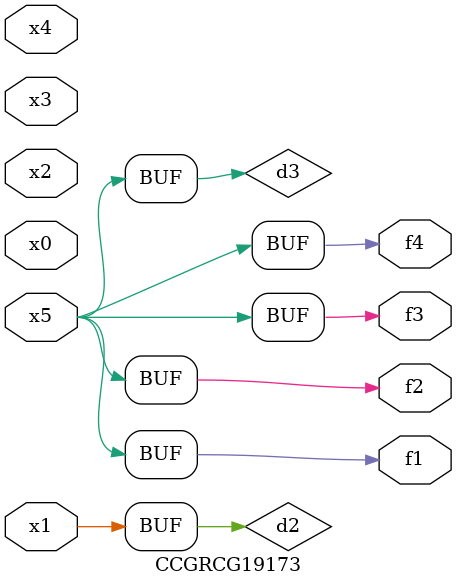
<source format=v>
module CCGRCG19173(
	input x0, x1, x2, x3, x4, x5,
	output f1, f2, f3, f4
);

	wire d1, d2, d3;

	not (d1, x5);
	or (d2, x1);
	xnor (d3, d1);
	assign f1 = d3;
	assign f2 = d3;
	assign f3 = d3;
	assign f4 = d3;
endmodule

</source>
